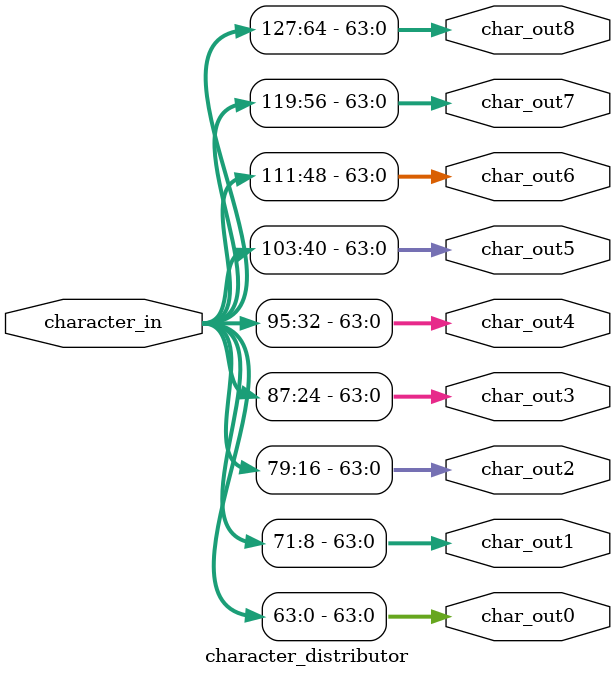
<source format=v>
`timescale 1ns / 1ps
module character_distributor(
    input [127:0] character_in,
    output [63:0] char_out0,
    output [63:0] char_out1,
    output [63:0] char_out2,
    output [63:0] char_out3,
    output [63:0] char_out4,
    output [63:0] char_out5,
    output [63:0] char_out6,
    output [63:0] char_out7,
    output [63:0] char_out8
    );

	 assign char_out0 = character_in[63:0];
	 assign char_out1 = character_in[71:8];
	 assign char_out2 = character_in[79:16];
	 assign char_out3 = character_in[87:24];
	 assign char_out4 = character_in[95:32];
	 assign char_out5 = character_in[103:40];
	 assign char_out6 = character_in[111:48];
	 assign char_out7 = character_in[119:56];
	 assign char_out8 = character_in[127:64];

endmodule

</source>
